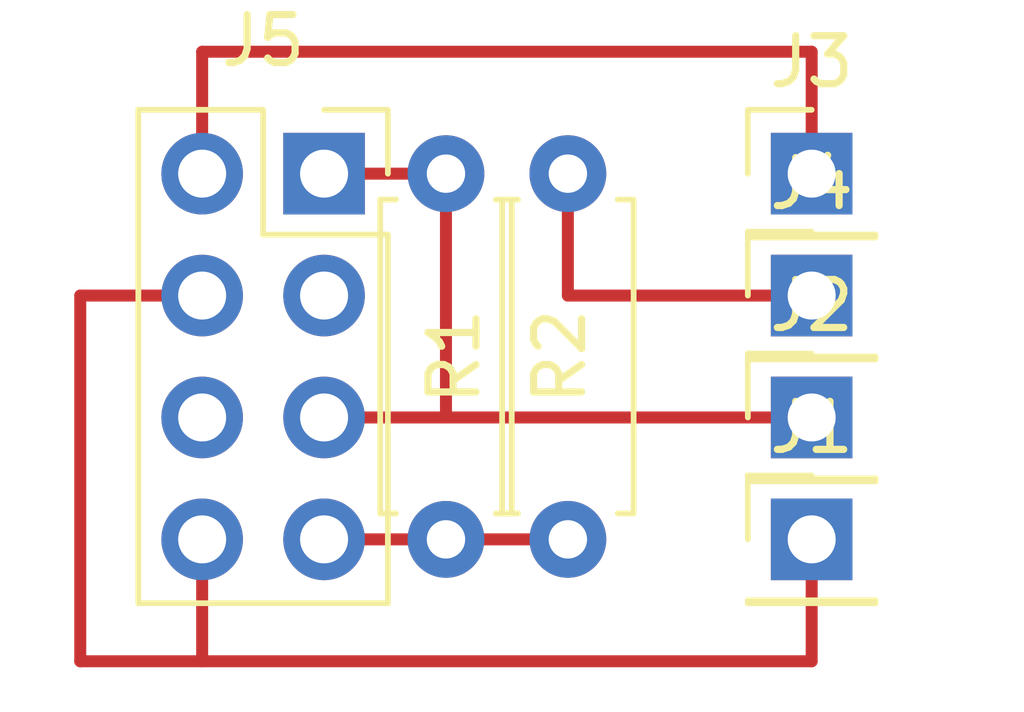
<source format=kicad_pcb>
(kicad_pcb (version 20171130) (host pcbnew "(5.1.6-0-10_14)")

  (general
    (thickness 1.6)
    (drawings 0)
    (tracks 16)
    (zones 0)
    (modules 7)
    (nets 8)
  )

  (page A4)
  (layers
    (0 F.Cu signal)
    (31 B.Cu signal)
    (32 B.Adhes user)
    (33 F.Adhes user)
    (34 B.Paste user)
    (35 F.Paste user)
    (36 B.SilkS user)
    (37 F.SilkS user)
    (38 B.Mask user)
    (39 F.Mask user)
    (44 Edge.Cuts user)
    (45 Margin user)
    (46 B.CrtYd user)
    (47 F.CrtYd user)
    (48 B.Fab user)
    (49 F.Fab user)
  )

  (setup
    (last_trace_width 0.25)
    (user_trace_width 0.4)
    (user_trace_width 0.6)
    (user_trace_width 0.8)
    (user_trace_width 1.2)
    (user_trace_width 2.54)
    (trace_clearance 0.1524)
    (zone_clearance 0.508)
    (zone_45_only no)
    (trace_min 0.2)
    (via_size 0.65)
    (via_drill 0.35)
    (via_min_size 0.6)
    (via_min_drill 0.3)
    (user_via 0.6 0.3)
    (user_via 0.9 0.6)
    (user_via 1.6 0.9)
    (uvia_size 0.3)
    (uvia_drill 0.1)
    (uvias_allowed no)
    (uvia_min_size 0.3)
    (uvia_min_drill 0.1)
    (edge_width 0.05)
    (segment_width 0.2)
    (pcb_text_width 0.3)
    (pcb_text_size 1.5 1.5)
    (mod_edge_width 0.12)
    (mod_text_size 1 1)
    (mod_text_width 0.15)
    (pad_size 1.524 1.524)
    (pad_drill 0.762)
    (pad_to_mask_clearance 0.051)
    (solder_mask_min_width 0.25)
    (aux_axis_origin 0 0)
    (visible_elements FFFFFF7F)
    (pcbplotparams
      (layerselection 0x010fc_ffffffff)
      (usegerberextensions false)
      (usegerberattributes true)
      (usegerberadvancedattributes true)
      (creategerberjobfile true)
      (excludeedgelayer true)
      (linewidth 0.100000)
      (plotframeref false)
      (viasonmask false)
      (mode 1)
      (useauxorigin false)
      (hpglpennumber 1)
      (hpglpenspeed 20)
      (hpglpendiameter 15.000000)
      (psnegative false)
      (psa4output false)
      (plotreference true)
      (plotvalue true)
      (plotinvisibletext false)
      (padsonsilk false)
      (subtractmaskfromsilk false)
      (outputformat 1)
      (mirror false)
      (drillshape 1)
      (scaleselection 1)
      (outputdirectory ""))
  )

  (net 0 "")
  (net 1 +3V3)
  (net 2 GND)
  (net 3 Tx)
  (net 4 "Net-(J4-Pad1)")
  (net 5 /GPIO2)
  (net 6 /RESET)
  (net 7 Rx)

  (net_class Default "This is the default net class."
    (clearance 0.1524)
    (trace_width 0.25)
    (via_dia 0.65)
    (via_drill 0.35)
    (uvia_dia 0.3)
    (uvia_drill 0.1)
    (add_net +3V3)
    (add_net /GPIO2)
    (add_net /RESET)
    (add_net GND)
    (add_net "Net-(J4-Pad1)")
    (add_net Rx)
    (add_net Tx)
  )

  (net_class wire-0.2 ""
    (clearance 0.1524)
    (trace_width 0.2)
    (via_dia 0.6)
    (via_drill 0.3)
    (uvia_dia 0.3)
    (uvia_drill 0.1)
  )

  (net_class wire-0.3 ""
    (clearance 0.1524)
    (trace_width 0.3)
    (via_dia 0.6)
    (via_drill 0.3)
    (uvia_dia 0.3)
    (uvia_drill 0.1)
  )

  (net_class wire-0.4 ""
    (clearance 0.1524)
    (trace_width 0.4)
    (via_dia 0.6)
    (via_drill 0.3)
    (uvia_dia 0.3)
    (uvia_drill 0.1)
  )

  (net_class wire-0.5 ""
    (clearance 0.1524)
    (trace_width 0.5)
    (via_dia 0.6)
    (via_drill 0.3)
    (uvia_dia 0.3)
    (uvia_drill 0.1)
  )

  (net_class wire-0.6 ""
    (clearance 0.1524)
    (trace_width 0.6)
    (via_dia 0.6)
    (via_drill 0.3)
    (uvia_dia 0.3)
    (uvia_drill 0.1)
  )

  (net_class wire-0.7 ""
    (clearance 0.1524)
    (trace_width 0.7)
    (via_dia 0.7)
    (via_drill 0.4)
    (uvia_dia 0.3)
    (uvia_drill 0.1)
  )

  (net_class wire-0.8 ""
    (clearance 0.1524)
    (trace_width 0.8)
    (via_dia 0.8)
    (via_drill 0.5)
    (uvia_dia 0.3)
    (uvia_drill 0.1)
  )

  (net_class wire-0.9 ""
    (clearance 0.1524)
    (trace_width 0.9)
    (via_dia 0.9)
    (via_drill 0.6)
    (uvia_dia 0.3)
    (uvia_drill 0.1)
  )

  (net_class wire-1.0 ""
    (clearance 0.1524)
    (trace_width 1)
    (via_dia 1)
    (via_drill 0.7)
    (uvia_dia 0.3)
    (uvia_drill 0.1)
  )

  (module Connector_PinHeader_2.54mm:PinHeader_1x01_P2.54mm_Vertical (layer F.Cu) (tedit 59FED5CC) (tstamp 5FE9C5E2)
    (at 187.96 91.44)
    (descr "Through hole straight pin header, 1x01, 2.54mm pitch, single row")
    (tags "Through hole pin header THT 1x01 2.54mm single row")
    (path /5FEAAAAB)
    (fp_text reference J1 (at 0 -2.33) (layer F.SilkS)
      (effects (font (size 1 1) (thickness 0.15)))
    )
    (fp_text value Arduino3v3 (at 0 2.33) (layer F.Fab)
      (effects (font (size 1 1) (thickness 0.15)))
    )
    (fp_line (start 1.8 -1.8) (end -1.8 -1.8) (layer F.CrtYd) (width 0.05))
    (fp_line (start 1.8 1.8) (end 1.8 -1.8) (layer F.CrtYd) (width 0.05))
    (fp_line (start -1.8 1.8) (end 1.8 1.8) (layer F.CrtYd) (width 0.05))
    (fp_line (start -1.8 -1.8) (end -1.8 1.8) (layer F.CrtYd) (width 0.05))
    (fp_line (start -1.33 -1.33) (end 0 -1.33) (layer F.SilkS) (width 0.12))
    (fp_line (start -1.33 0) (end -1.33 -1.33) (layer F.SilkS) (width 0.12))
    (fp_line (start -1.33 1.27) (end 1.33 1.27) (layer F.SilkS) (width 0.12))
    (fp_line (start 1.33 1.27) (end 1.33 1.33) (layer F.SilkS) (width 0.12))
    (fp_line (start -1.33 1.27) (end -1.33 1.33) (layer F.SilkS) (width 0.12))
    (fp_line (start -1.33 1.33) (end 1.33 1.33) (layer F.SilkS) (width 0.12))
    (fp_line (start -1.27 -0.635) (end -0.635 -1.27) (layer F.Fab) (width 0.1))
    (fp_line (start -1.27 1.27) (end -1.27 -0.635) (layer F.Fab) (width 0.1))
    (fp_line (start 1.27 1.27) (end -1.27 1.27) (layer F.Fab) (width 0.1))
    (fp_line (start 1.27 -1.27) (end 1.27 1.27) (layer F.Fab) (width 0.1))
    (fp_line (start -0.635 -1.27) (end 1.27 -1.27) (layer F.Fab) (width 0.1))
    (fp_text user %R (at 0 0 90) (layer F.Fab)
      (effects (font (size 1 1) (thickness 0.15)))
    )
    (pad 1 thru_hole rect (at 0 0) (size 1.7 1.7) (drill 1) (layers *.Cu *.Mask)
      (net 1 +3V3))
    (model ${KISYS3DMOD}/Connector_PinHeader_2.54mm.3dshapes/PinHeader_1x01_P2.54mm_Vertical.wrl
      (at (xyz 0 0 0))
      (scale (xyz 1 1 1))
      (rotate (xyz 0 0 0))
    )
  )

  (module Connector_PinHeader_2.54mm:PinHeader_1x01_P2.54mm_Vertical (layer F.Cu) (tedit 59FED5CC) (tstamp 5FE9C2C6)
    (at 187.96 88.9)
    (descr "Through hole straight pin header, 1x01, 2.54mm pitch, single row")
    (tags "Through hole pin header THT 1x01 2.54mm single row")
    (path /5FEAD876)
    (fp_text reference J2 (at 0 -2.33) (layer F.SilkS)
      (effects (font (size 1 1) (thickness 0.15)))
    )
    (fp_text value ArduinoGND (at 0 2.33) (layer F.Fab)
      (effects (font (size 1 1) (thickness 0.15)))
    )
    (fp_text user %R (at 0 0 90) (layer F.Fab)
      (effects (font (size 1 1) (thickness 0.15)))
    )
    (fp_line (start -0.635 -1.27) (end 1.27 -1.27) (layer F.Fab) (width 0.1))
    (fp_line (start 1.27 -1.27) (end 1.27 1.27) (layer F.Fab) (width 0.1))
    (fp_line (start 1.27 1.27) (end -1.27 1.27) (layer F.Fab) (width 0.1))
    (fp_line (start -1.27 1.27) (end -1.27 -0.635) (layer F.Fab) (width 0.1))
    (fp_line (start -1.27 -0.635) (end -0.635 -1.27) (layer F.Fab) (width 0.1))
    (fp_line (start -1.33 1.33) (end 1.33 1.33) (layer F.SilkS) (width 0.12))
    (fp_line (start -1.33 1.27) (end -1.33 1.33) (layer F.SilkS) (width 0.12))
    (fp_line (start 1.33 1.27) (end 1.33 1.33) (layer F.SilkS) (width 0.12))
    (fp_line (start -1.33 1.27) (end 1.33 1.27) (layer F.SilkS) (width 0.12))
    (fp_line (start -1.33 0) (end -1.33 -1.33) (layer F.SilkS) (width 0.12))
    (fp_line (start -1.33 -1.33) (end 0 -1.33) (layer F.SilkS) (width 0.12))
    (fp_line (start -1.8 -1.8) (end -1.8 1.8) (layer F.CrtYd) (width 0.05))
    (fp_line (start -1.8 1.8) (end 1.8 1.8) (layer F.CrtYd) (width 0.05))
    (fp_line (start 1.8 1.8) (end 1.8 -1.8) (layer F.CrtYd) (width 0.05))
    (fp_line (start 1.8 -1.8) (end -1.8 -1.8) (layer F.CrtYd) (width 0.05))
    (pad 1 thru_hole rect (at 0 0) (size 1.7 1.7) (drill 1) (layers *.Cu *.Mask)
      (net 2 GND))
    (model ${KISYS3DMOD}/Connector_PinHeader_2.54mm.3dshapes/PinHeader_1x01_P2.54mm_Vertical.wrl
      (at (xyz 0 0 0))
      (scale (xyz 1 1 1))
      (rotate (xyz 0 0 0))
    )
  )

  (module Connector_PinHeader_2.54mm:PinHeader_1x01_P2.54mm_Vertical (layer F.Cu) (tedit 59FED5CC) (tstamp 5FE9BEE0)
    (at 187.96 83.82)
    (descr "Through hole straight pin header, 1x01, 2.54mm pitch, single row")
    (tags "Through hole pin header THT 1x01 2.54mm single row")
    (path /5FE9D06E)
    (fp_text reference J3 (at 0 -2.33) (layer F.SilkS)
      (effects (font (size 1 1) (thickness 0.15)))
    )
    (fp_text value ArduinoTxD (at 0 2.33) (layer F.Fab)
      (effects (font (size 1 1) (thickness 0.15)))
    )
    (fp_text user %R (at 0 0 90) (layer F.Fab)
      (effects (font (size 1 1) (thickness 0.15)))
    )
    (fp_line (start -0.635 -1.27) (end 1.27 -1.27) (layer F.Fab) (width 0.1))
    (fp_line (start 1.27 -1.27) (end 1.27 1.27) (layer F.Fab) (width 0.1))
    (fp_line (start 1.27 1.27) (end -1.27 1.27) (layer F.Fab) (width 0.1))
    (fp_line (start -1.27 1.27) (end -1.27 -0.635) (layer F.Fab) (width 0.1))
    (fp_line (start -1.27 -0.635) (end -0.635 -1.27) (layer F.Fab) (width 0.1))
    (fp_line (start -1.33 1.33) (end 1.33 1.33) (layer F.SilkS) (width 0.12))
    (fp_line (start -1.33 1.27) (end -1.33 1.33) (layer F.SilkS) (width 0.12))
    (fp_line (start 1.33 1.27) (end 1.33 1.33) (layer F.SilkS) (width 0.12))
    (fp_line (start -1.33 1.27) (end 1.33 1.27) (layer F.SilkS) (width 0.12))
    (fp_line (start -1.33 0) (end -1.33 -1.33) (layer F.SilkS) (width 0.12))
    (fp_line (start -1.33 -1.33) (end 0 -1.33) (layer F.SilkS) (width 0.12))
    (fp_line (start -1.8 -1.8) (end -1.8 1.8) (layer F.CrtYd) (width 0.05))
    (fp_line (start -1.8 1.8) (end 1.8 1.8) (layer F.CrtYd) (width 0.05))
    (fp_line (start 1.8 1.8) (end 1.8 -1.8) (layer F.CrtYd) (width 0.05))
    (fp_line (start 1.8 -1.8) (end -1.8 -1.8) (layer F.CrtYd) (width 0.05))
    (pad 1 thru_hole rect (at 0 0) (size 1.7 1.7) (drill 1) (layers *.Cu *.Mask)
      (net 3 Tx))
    (model ${KISYS3DMOD}/Connector_PinHeader_2.54mm.3dshapes/PinHeader_1x01_P2.54mm_Vertical.wrl
      (at (xyz 0 0 0))
      (scale (xyz 1 1 1))
      (rotate (xyz 0 0 0))
    )
  )

  (module Connector_PinHeader_2.54mm:PinHeader_1x01_P2.54mm_Vertical (layer F.Cu) (tedit 59FED5CC) (tstamp 5FE9BDBE)
    (at 187.96 86.36)
    (descr "Through hole straight pin header, 1x01, 2.54mm pitch, single row")
    (tags "Through hole pin header THT 1x01 2.54mm single row")
    (path /5FE9CBB2)
    (fp_text reference J4 (at 0 -2.33) (layer F.SilkS)
      (effects (font (size 1 1) (thickness 0.15)))
    )
    (fp_text value ArduinoRxD (at 0 2.33) (layer F.Fab)
      (effects (font (size 1 1) (thickness 0.15)))
    )
    (fp_line (start 1.8 -1.8) (end -1.8 -1.8) (layer F.CrtYd) (width 0.05))
    (fp_line (start 1.8 1.8) (end 1.8 -1.8) (layer F.CrtYd) (width 0.05))
    (fp_line (start -1.8 1.8) (end 1.8 1.8) (layer F.CrtYd) (width 0.05))
    (fp_line (start -1.8 -1.8) (end -1.8 1.8) (layer F.CrtYd) (width 0.05))
    (fp_line (start -1.33 -1.33) (end 0 -1.33) (layer F.SilkS) (width 0.12))
    (fp_line (start -1.33 0) (end -1.33 -1.33) (layer F.SilkS) (width 0.12))
    (fp_line (start -1.33 1.27) (end 1.33 1.27) (layer F.SilkS) (width 0.12))
    (fp_line (start 1.33 1.27) (end 1.33 1.33) (layer F.SilkS) (width 0.12))
    (fp_line (start -1.33 1.27) (end -1.33 1.33) (layer F.SilkS) (width 0.12))
    (fp_line (start -1.33 1.33) (end 1.33 1.33) (layer F.SilkS) (width 0.12))
    (fp_line (start -1.27 -0.635) (end -0.635 -1.27) (layer F.Fab) (width 0.1))
    (fp_line (start -1.27 1.27) (end -1.27 -0.635) (layer F.Fab) (width 0.1))
    (fp_line (start 1.27 1.27) (end -1.27 1.27) (layer F.Fab) (width 0.1))
    (fp_line (start 1.27 -1.27) (end 1.27 1.27) (layer F.Fab) (width 0.1))
    (fp_line (start -0.635 -1.27) (end 1.27 -1.27) (layer F.Fab) (width 0.1))
    (fp_text user %R (at 0 0 90) (layer F.Fab)
      (effects (font (size 1 1) (thickness 0.15)))
    )
    (pad 1 thru_hole rect (at 0 0) (size 1.7 1.7) (drill 1) (layers *.Cu *.Mask)
      (net 4 "Net-(J4-Pad1)"))
    (model ${KISYS3DMOD}/Connector_PinHeader_2.54mm.3dshapes/PinHeader_1x01_P2.54mm_Vertical.wrl
      (at (xyz 0 0 0))
      (scale (xyz 1 1 1))
      (rotate (xyz 0 0 0))
    )
  )

  (module Connector_PinSocket_2.54mm:PinSocket_2x04_P2.54mm_Vertical (layer F.Cu) (tedit 5A19A422) (tstamp 5FE9BA97)
    (at 177.8 83.82)
    (descr "Through hole straight socket strip, 2x04, 2.54mm pitch, double cols (from Kicad 4.0.7), script generated")
    (tags "Through hole socket strip THT 2x04 2.54mm double row")
    (path /5FEB3411)
    (fp_text reference J5 (at -1.27 -2.77) (layer F.SilkS)
      (effects (font (size 1 1) (thickness 0.15)))
    )
    (fp_text value esp8266_conn (at -1.27 10.39) (layer F.Fab)
      (effects (font (size 1 1) (thickness 0.15)))
    )
    (fp_line (start -4.34 9.4) (end -4.34 -1.8) (layer F.CrtYd) (width 0.05))
    (fp_line (start 1.76 9.4) (end -4.34 9.4) (layer F.CrtYd) (width 0.05))
    (fp_line (start 1.76 -1.8) (end 1.76 9.4) (layer F.CrtYd) (width 0.05))
    (fp_line (start -4.34 -1.8) (end 1.76 -1.8) (layer F.CrtYd) (width 0.05))
    (fp_line (start 0 -1.33) (end 1.33 -1.33) (layer F.SilkS) (width 0.12))
    (fp_line (start 1.33 -1.33) (end 1.33 0) (layer F.SilkS) (width 0.12))
    (fp_line (start -1.27 -1.33) (end -1.27 1.27) (layer F.SilkS) (width 0.12))
    (fp_line (start -1.27 1.27) (end 1.33 1.27) (layer F.SilkS) (width 0.12))
    (fp_line (start 1.33 1.27) (end 1.33 8.95) (layer F.SilkS) (width 0.12))
    (fp_line (start -3.87 8.95) (end 1.33 8.95) (layer F.SilkS) (width 0.12))
    (fp_line (start -3.87 -1.33) (end -3.87 8.95) (layer F.SilkS) (width 0.12))
    (fp_line (start -3.87 -1.33) (end -1.27 -1.33) (layer F.SilkS) (width 0.12))
    (fp_line (start -3.81 8.89) (end -3.81 -1.27) (layer F.Fab) (width 0.1))
    (fp_line (start 1.27 8.89) (end -3.81 8.89) (layer F.Fab) (width 0.1))
    (fp_line (start 1.27 -0.27) (end 1.27 8.89) (layer F.Fab) (width 0.1))
    (fp_line (start 0.27 -1.27) (end 1.27 -0.27) (layer F.Fab) (width 0.1))
    (fp_line (start -3.81 -1.27) (end 0.27 -1.27) (layer F.Fab) (width 0.1))
    (fp_text user %R (at -1.27 3.81 90) (layer F.Fab)
      (effects (font (size 1 1) (thickness 0.15)))
    )
    (pad 1 thru_hole rect (at 0 0) (size 1.7 1.7) (drill 1) (layers *.Cu *.Mask)
      (net 2 GND))
    (pad 2 thru_hole oval (at -2.54 0) (size 1.7 1.7) (drill 1) (layers *.Cu *.Mask)
      (net 3 Tx))
    (pad 3 thru_hole oval (at 0 2.54) (size 1.7 1.7) (drill 1) (layers *.Cu *.Mask)
      (net 5 /GPIO2))
    (pad 4 thru_hole oval (at -2.54 2.54) (size 1.7 1.7) (drill 1) (layers *.Cu *.Mask)
      (net 1 +3V3))
    (pad 5 thru_hole oval (at 0 5.08) (size 1.7 1.7) (drill 1) (layers *.Cu *.Mask)
      (net 2 GND))
    (pad 6 thru_hole oval (at -2.54 5.08) (size 1.7 1.7) (drill 1) (layers *.Cu *.Mask)
      (net 6 /RESET))
    (pad 7 thru_hole oval (at 0 7.62) (size 1.7 1.7) (drill 1) (layers *.Cu *.Mask)
      (net 7 Rx))
    (pad 8 thru_hole oval (at -2.54 7.62) (size 1.7 1.7) (drill 1) (layers *.Cu *.Mask)
      (net 1 +3V3))
    (model ${KISYS3DMOD}/Connector_PinSocket_2.54mm.3dshapes/PinSocket_2x04_P2.54mm_Vertical.wrl
      (at (xyz 0 0 0))
      (scale (xyz 1 1 1))
      (rotate (xyz 0 0 0))
    )
  )

  (module Resistor_THT:R_Axial_DIN0207_L6.3mm_D2.5mm_P7.62mm_Horizontal (layer F.Cu) (tedit 5AE5139B) (tstamp 5FE9C3D8)
    (at 182.88 91.44 90)
    (descr "Resistor, Axial_DIN0207 series, Axial, Horizontal, pin pitch=7.62mm, 0.25W = 1/4W, length*diameter=6.3*2.5mm^2, http://cdn-reichelt.de/documents/datenblatt/B400/1_4W%23YAG.pdf")
    (tags "Resistor Axial_DIN0207 series Axial Horizontal pin pitch 7.62mm 0.25W = 1/4W length 6.3mm diameter 2.5mm")
    (path /5FE9F329)
    (fp_text reference R1 (at 3.81 -2.37 90) (layer F.SilkS)
      (effects (font (size 1 1) (thickness 0.15)))
    )
    (fp_text value 1k (at 3.81 2.37 90) (layer F.Fab)
      (effects (font (size 1 1) (thickness 0.15)))
    )
    (fp_line (start 8.67 -1.5) (end -1.05 -1.5) (layer F.CrtYd) (width 0.05))
    (fp_line (start 8.67 1.5) (end 8.67 -1.5) (layer F.CrtYd) (width 0.05))
    (fp_line (start -1.05 1.5) (end 8.67 1.5) (layer F.CrtYd) (width 0.05))
    (fp_line (start -1.05 -1.5) (end -1.05 1.5) (layer F.CrtYd) (width 0.05))
    (fp_line (start 7.08 1.37) (end 7.08 1.04) (layer F.SilkS) (width 0.12))
    (fp_line (start 0.54 1.37) (end 7.08 1.37) (layer F.SilkS) (width 0.12))
    (fp_line (start 0.54 1.04) (end 0.54 1.37) (layer F.SilkS) (width 0.12))
    (fp_line (start 7.08 -1.37) (end 7.08 -1.04) (layer F.SilkS) (width 0.12))
    (fp_line (start 0.54 -1.37) (end 7.08 -1.37) (layer F.SilkS) (width 0.12))
    (fp_line (start 0.54 -1.04) (end 0.54 -1.37) (layer F.SilkS) (width 0.12))
    (fp_line (start 7.62 0) (end 6.96 0) (layer F.Fab) (width 0.1))
    (fp_line (start 0 0) (end 0.66 0) (layer F.Fab) (width 0.1))
    (fp_line (start 6.96 -1.25) (end 0.66 -1.25) (layer F.Fab) (width 0.1))
    (fp_line (start 6.96 1.25) (end 6.96 -1.25) (layer F.Fab) (width 0.1))
    (fp_line (start 0.66 1.25) (end 6.96 1.25) (layer F.Fab) (width 0.1))
    (fp_line (start 0.66 -1.25) (end 0.66 1.25) (layer F.Fab) (width 0.1))
    (fp_text user %R (at 3.81 0 90) (layer F.Fab)
      (effects (font (size 1 1) (thickness 0.15)))
    )
    (pad 1 thru_hole circle (at 0 0 90) (size 1.6 1.6) (drill 0.8) (layers *.Cu *.Mask)
      (net 7 Rx))
    (pad 2 thru_hole oval (at 7.62 0 90) (size 1.6 1.6) (drill 0.8) (layers *.Cu *.Mask)
      (net 4 "Net-(J4-Pad1)"))
    (model ${KISYS3DMOD}/Resistor_THT.3dshapes/R_Axial_DIN0207_L6.3mm_D2.5mm_P7.62mm_Horizontal.wrl
      (at (xyz 0 0 0))
      (scale (xyz 1 1 1))
      (rotate (xyz 0 0 0))
    )
  )

  (module Resistor_THT:R_Axial_DIN0207_L6.3mm_D2.5mm_P7.62mm_Horizontal (layer F.Cu) (tedit 5AE5139B) (tstamp 5FE9C3EE)
    (at 180.34 83.82 270)
    (descr "Resistor, Axial_DIN0207 series, Axial, Horizontal, pin pitch=7.62mm, 0.25W = 1/4W, length*diameter=6.3*2.5mm^2, http://cdn-reichelt.de/documents/datenblatt/B400/1_4W%23YAG.pdf")
    (tags "Resistor Axial_DIN0207 series Axial Horizontal pin pitch 7.62mm 0.25W = 1/4W length 6.3mm diameter 2.5mm")
    (path /5FE9F49F)
    (fp_text reference R2 (at 3.81 -2.37 90) (layer F.SilkS)
      (effects (font (size 1 1) (thickness 0.15)))
    )
    (fp_text value 2.2k (at 3.81 2.37 90) (layer F.Fab)
      (effects (font (size 1 1) (thickness 0.15)))
    )
    (fp_text user %R (at 3.81 0 90) (layer F.Fab)
      (effects (font (size 1 1) (thickness 0.15)))
    )
    (fp_line (start 0.66 -1.25) (end 0.66 1.25) (layer F.Fab) (width 0.1))
    (fp_line (start 0.66 1.25) (end 6.96 1.25) (layer F.Fab) (width 0.1))
    (fp_line (start 6.96 1.25) (end 6.96 -1.25) (layer F.Fab) (width 0.1))
    (fp_line (start 6.96 -1.25) (end 0.66 -1.25) (layer F.Fab) (width 0.1))
    (fp_line (start 0 0) (end 0.66 0) (layer F.Fab) (width 0.1))
    (fp_line (start 7.62 0) (end 6.96 0) (layer F.Fab) (width 0.1))
    (fp_line (start 0.54 -1.04) (end 0.54 -1.37) (layer F.SilkS) (width 0.12))
    (fp_line (start 0.54 -1.37) (end 7.08 -1.37) (layer F.SilkS) (width 0.12))
    (fp_line (start 7.08 -1.37) (end 7.08 -1.04) (layer F.SilkS) (width 0.12))
    (fp_line (start 0.54 1.04) (end 0.54 1.37) (layer F.SilkS) (width 0.12))
    (fp_line (start 0.54 1.37) (end 7.08 1.37) (layer F.SilkS) (width 0.12))
    (fp_line (start 7.08 1.37) (end 7.08 1.04) (layer F.SilkS) (width 0.12))
    (fp_line (start -1.05 -1.5) (end -1.05 1.5) (layer F.CrtYd) (width 0.05))
    (fp_line (start -1.05 1.5) (end 8.67 1.5) (layer F.CrtYd) (width 0.05))
    (fp_line (start 8.67 1.5) (end 8.67 -1.5) (layer F.CrtYd) (width 0.05))
    (fp_line (start 8.67 -1.5) (end -1.05 -1.5) (layer F.CrtYd) (width 0.05))
    (pad 2 thru_hole oval (at 7.62 0 270) (size 1.6 1.6) (drill 0.8) (layers *.Cu *.Mask)
      (net 7 Rx))
    (pad 1 thru_hole circle (at 0 0 270) (size 1.6 1.6) (drill 0.8) (layers *.Cu *.Mask)
      (net 2 GND))
    (model ${KISYS3DMOD}/Resistor_THT.3dshapes/R_Axial_DIN0207_L6.3mm_D2.5mm_P7.62mm_Horizontal.wrl
      (at (xyz 0 0 0))
      (scale (xyz 1 1 1))
      (rotate (xyz 0 0 0))
    )
  )

  (segment (start 187.96 91.44) (end 187.96 93.98) (width 0.25) (layer F.Cu) (net 1))
  (segment (start 187.96 93.98) (end 172.72 93.98) (width 0.25) (layer F.Cu) (net 1))
  (segment (start 172.72 93.98) (end 172.72 86.36) (width 0.25) (layer F.Cu) (net 1))
  (segment (start 172.72 86.36) (end 175.26 86.36) (width 0.25) (layer F.Cu) (net 1))
  (segment (start 175.26 91.44) (end 175.26 93.98) (width 0.25) (layer F.Cu) (net 1))
  (segment (start 180.34 83.82) (end 180.34 88.9) (width 0.25) (layer F.Cu) (net 2))
  (segment (start 180.34 88.9) (end 177.8 88.9) (width 0.25) (layer F.Cu) (net 2))
  (segment (start 177.8 83.82) (end 180.34 83.82) (width 0.25) (layer F.Cu) (net 2))
  (segment (start 180.34 88.9) (end 187.96 88.9) (width 0.25) (layer F.Cu) (net 2))
  (segment (start 187.96 83.82) (end 187.96 81.28) (width 0.25) (layer F.Cu) (net 3))
  (segment (start 187.96 81.28) (end 175.26 81.28) (width 0.25) (layer F.Cu) (net 3))
  (segment (start 175.26 81.28) (end 175.26 83.82) (width 0.25) (layer F.Cu) (net 3))
  (segment (start 182.88 83.82) (end 182.88 86.36) (width 0.25) (layer F.Cu) (net 4))
  (segment (start 182.88 86.36) (end 187.96 86.36) (width 0.25) (layer F.Cu) (net 4))
  (segment (start 177.8 91.44) (end 180.34 91.44) (width 0.25) (layer F.Cu) (net 7))
  (segment (start 180.34 91.44) (end 182.88 91.44) (width 0.25) (layer F.Cu) (net 7))

)

</source>
